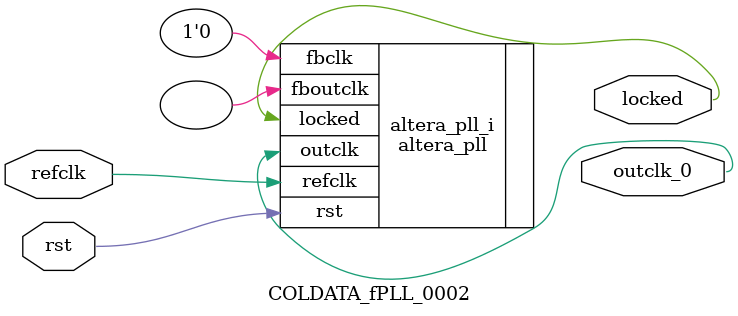
<source format=v>
`timescale 1ns/10ps
module  COLDATA_fPLL_0002(

	// interface 'refclk'
	input wire refclk,

	// interface 'reset'
	input wire rst,

	// interface 'outclk0'
	output wire outclk_0,

	// interface 'locked'
	output wire locked
);

	altera_pll #(
		.fractional_vco_multiplier("true"),
		.reference_clock_frequency("125.0 MHz"),
		.operation_mode("direct"),
		.number_of_clocks(1),
		.output_clock_frequency0("625.000000 MHz"),
		.phase_shift0("0 ps"),
		.duty_cycle0(50),
		.output_clock_frequency1("0 MHz"),
		.phase_shift1("0 ps"),
		.duty_cycle1(50),
		.output_clock_frequency2("0 MHz"),
		.phase_shift2("0 ps"),
		.duty_cycle2(50),
		.output_clock_frequency3("0 MHz"),
		.phase_shift3("0 ps"),
		.duty_cycle3(50),
		.output_clock_frequency4("0 MHz"),
		.phase_shift4("0 ps"),
		.duty_cycle4(50),
		.output_clock_frequency5("0 MHz"),
		.phase_shift5("0 ps"),
		.duty_cycle5(50),
		.output_clock_frequency6("0 MHz"),
		.phase_shift6("0 ps"),
		.duty_cycle6(50),
		.output_clock_frequency7("0 MHz"),
		.phase_shift7("0 ps"),
		.duty_cycle7(50),
		.output_clock_frequency8("0 MHz"),
		.phase_shift8("0 ps"),
		.duty_cycle8(50),
		.output_clock_frequency9("0 MHz"),
		.phase_shift9("0 ps"),
		.duty_cycle9(50),
		.output_clock_frequency10("0 MHz"),
		.phase_shift10("0 ps"),
		.duty_cycle10(50),
		.output_clock_frequency11("0 MHz"),
		.phase_shift11("0 ps"),
		.duty_cycle11(50),
		.output_clock_frequency12("0 MHz"),
		.phase_shift12("0 ps"),
		.duty_cycle12(50),
		.output_clock_frequency13("0 MHz"),
		.phase_shift13("0 ps"),
		.duty_cycle13(50),
		.output_clock_frequency14("0 MHz"),
		.phase_shift14("0 ps"),
		.duty_cycle14(50),
		.output_clock_frequency15("0 MHz"),
		.phase_shift15("0 ps"),
		.duty_cycle15(50),
		.output_clock_frequency16("0 MHz"),
		.phase_shift16("0 ps"),
		.duty_cycle16(50),
		.output_clock_frequency17("0 MHz"),
		.phase_shift17("0 ps"),
		.duty_cycle17(50),
		.pll_type("General"),
		.pll_subtype("General")
	) altera_pll_i (
		.rst	(rst),
		.outclk	({outclk_0}),
		.locked	(locked),
		.fboutclk	( ),
		.fbclk	(1'b0),
		.refclk	(refclk)
	);
endmodule


</source>
